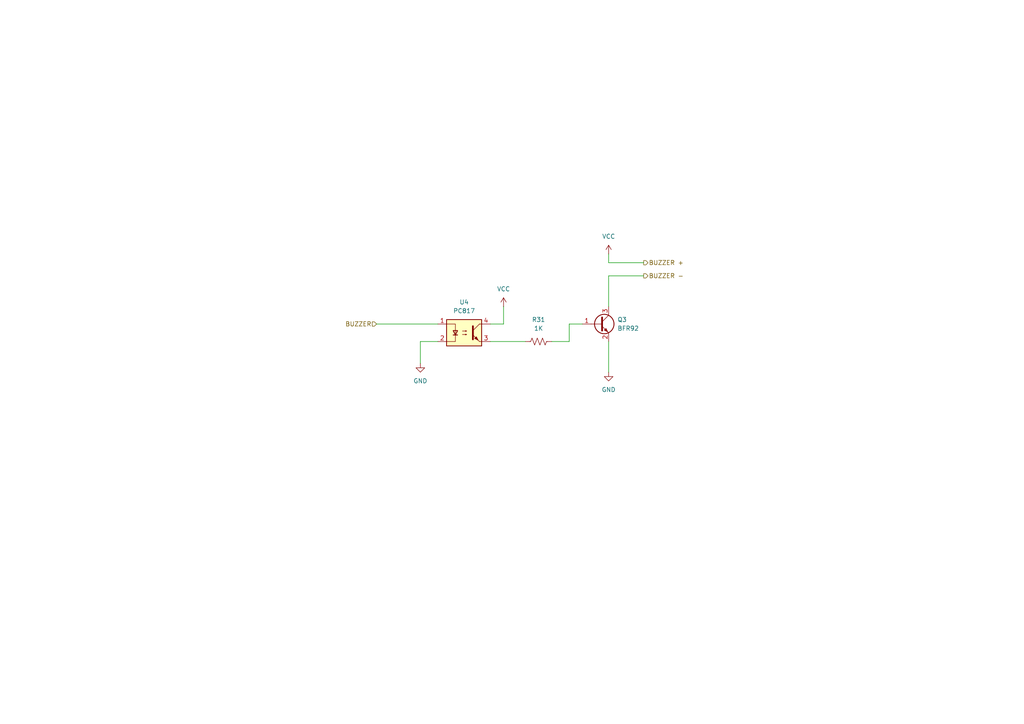
<source format=kicad_sch>
(kicad_sch
	(version 20250114)
	(generator "eeschema")
	(generator_version "9.0")
	(uuid "fb8882bc-966f-4696-aa93-703f4943aa11")
	(paper "A4")
	(lib_symbols
		(symbol "Device:R_US"
			(pin_numbers
				(hide yes)
			)
			(pin_names
				(offset 0)
			)
			(exclude_from_sim no)
			(in_bom yes)
			(on_board yes)
			(property "Reference" "R"
				(at 2.54 0 90)
				(effects
					(font
						(size 1.27 1.27)
					)
				)
			)
			(property "Value" "R_US"
				(at -2.54 0 90)
				(effects
					(font
						(size 1.27 1.27)
					)
				)
			)
			(property "Footprint" ""
				(at 1.016 -0.254 90)
				(effects
					(font
						(size 1.27 1.27)
					)
					(hide yes)
				)
			)
			(property "Datasheet" "~"
				(at 0 0 0)
				(effects
					(font
						(size 1.27 1.27)
					)
					(hide yes)
				)
			)
			(property "Description" "Resistor, US symbol"
				(at 0 0 0)
				(effects
					(font
						(size 1.27 1.27)
					)
					(hide yes)
				)
			)
			(property "ki_keywords" "R res resistor"
				(at 0 0 0)
				(effects
					(font
						(size 1.27 1.27)
					)
					(hide yes)
				)
			)
			(property "ki_fp_filters" "R_*"
				(at 0 0 0)
				(effects
					(font
						(size 1.27 1.27)
					)
					(hide yes)
				)
			)
			(symbol "R_US_0_1"
				(polyline
					(pts
						(xy 0 2.286) (xy 0 2.54)
					)
					(stroke
						(width 0)
						(type default)
					)
					(fill
						(type none)
					)
				)
				(polyline
					(pts
						(xy 0 2.286) (xy 1.016 1.905) (xy 0 1.524) (xy -1.016 1.143) (xy 0 0.762)
					)
					(stroke
						(width 0)
						(type default)
					)
					(fill
						(type none)
					)
				)
				(polyline
					(pts
						(xy 0 0.762) (xy 1.016 0.381) (xy 0 0) (xy -1.016 -0.381) (xy 0 -0.762)
					)
					(stroke
						(width 0)
						(type default)
					)
					(fill
						(type none)
					)
				)
				(polyline
					(pts
						(xy 0 -0.762) (xy 1.016 -1.143) (xy 0 -1.524) (xy -1.016 -1.905) (xy 0 -2.286)
					)
					(stroke
						(width 0)
						(type default)
					)
					(fill
						(type none)
					)
				)
				(polyline
					(pts
						(xy 0 -2.286) (xy 0 -2.54)
					)
					(stroke
						(width 0)
						(type default)
					)
					(fill
						(type none)
					)
				)
			)
			(symbol "R_US_1_1"
				(pin passive line
					(at 0 3.81 270)
					(length 1.27)
					(name "~"
						(effects
							(font
								(size 1.27 1.27)
							)
						)
					)
					(number "1"
						(effects
							(font
								(size 1.27 1.27)
							)
						)
					)
				)
				(pin passive line
					(at 0 -3.81 90)
					(length 1.27)
					(name "~"
						(effects
							(font
								(size 1.27 1.27)
							)
						)
					)
					(number "2"
						(effects
							(font
								(size 1.27 1.27)
							)
						)
					)
				)
			)
			(embedded_fonts no)
		)
		(symbol "Isolator:PC817"
			(pin_names
				(offset 1.016)
			)
			(exclude_from_sim no)
			(in_bom yes)
			(on_board yes)
			(property "Reference" "U"
				(at -5.08 5.08 0)
				(effects
					(font
						(size 1.27 1.27)
					)
					(justify left)
				)
			)
			(property "Value" "PC817"
				(at 0 5.08 0)
				(effects
					(font
						(size 1.27 1.27)
					)
					(justify left)
				)
			)
			(property "Footprint" "Package_DIP:DIP-4_W7.62mm"
				(at -5.08 -5.08 0)
				(effects
					(font
						(size 1.27 1.27)
						(italic yes)
					)
					(justify left)
					(hide yes)
				)
			)
			(property "Datasheet" "http://www.soselectronic.cz/a_info/resource/d/pc817.pdf"
				(at 0 0 0)
				(effects
					(font
						(size 1.27 1.27)
					)
					(justify left)
					(hide yes)
				)
			)
			(property "Description" "DC Optocoupler, Vce 35V, CTR 50-300%, DIP-4"
				(at 0 0 0)
				(effects
					(font
						(size 1.27 1.27)
					)
					(hide yes)
				)
			)
			(property "ki_keywords" "NPN DC Optocoupler"
				(at 0 0 0)
				(effects
					(font
						(size 1.27 1.27)
					)
					(hide yes)
				)
			)
			(property "ki_fp_filters" "DIP*W7.62mm*"
				(at 0 0 0)
				(effects
					(font
						(size 1.27 1.27)
					)
					(hide yes)
				)
			)
			(symbol "PC817_0_1"
				(rectangle
					(start -5.08 3.81)
					(end 5.08 -3.81)
					(stroke
						(width 0.254)
						(type default)
					)
					(fill
						(type background)
					)
				)
				(polyline
					(pts
						(xy -5.08 2.54) (xy -2.54 2.54) (xy -2.54 -0.635)
					)
					(stroke
						(width 0)
						(type default)
					)
					(fill
						(type none)
					)
				)
				(polyline
					(pts
						(xy -3.175 -0.635) (xy -1.905 -0.635)
					)
					(stroke
						(width 0.254)
						(type default)
					)
					(fill
						(type none)
					)
				)
				(polyline
					(pts
						(xy -2.54 -0.635) (xy -2.54 -2.54) (xy -5.08 -2.54)
					)
					(stroke
						(width 0)
						(type default)
					)
					(fill
						(type none)
					)
				)
				(polyline
					(pts
						(xy -2.54 -0.635) (xy -3.175 0.635) (xy -1.905 0.635) (xy -2.54 -0.635)
					)
					(stroke
						(width 0.254)
						(type default)
					)
					(fill
						(type none)
					)
				)
				(polyline
					(pts
						(xy -0.508 0.508) (xy 0.762 0.508) (xy 0.381 0.381) (xy 0.381 0.635) (xy 0.762 0.508)
					)
					(stroke
						(width 0)
						(type default)
					)
					(fill
						(type none)
					)
				)
				(polyline
					(pts
						(xy -0.508 -0.508) (xy 0.762 -0.508) (xy 0.381 -0.635) (xy 0.381 -0.381) (xy 0.762 -0.508)
					)
					(stroke
						(width 0)
						(type default)
					)
					(fill
						(type none)
					)
				)
				(polyline
					(pts
						(xy 2.54 1.905) (xy 2.54 -1.905) (xy 2.54 -1.905)
					)
					(stroke
						(width 0.508)
						(type default)
					)
					(fill
						(type none)
					)
				)
				(polyline
					(pts
						(xy 2.54 0.635) (xy 4.445 2.54)
					)
					(stroke
						(width 0)
						(type default)
					)
					(fill
						(type none)
					)
				)
				(polyline
					(pts
						(xy 3.048 -1.651) (xy 3.556 -1.143) (xy 4.064 -2.159) (xy 3.048 -1.651) (xy 3.048 -1.651)
					)
					(stroke
						(width 0)
						(type default)
					)
					(fill
						(type outline)
					)
				)
				(polyline
					(pts
						(xy 4.445 2.54) (xy 5.08 2.54)
					)
					(stroke
						(width 0)
						(type default)
					)
					(fill
						(type none)
					)
				)
				(polyline
					(pts
						(xy 4.445 -2.54) (xy 2.54 -0.635)
					)
					(stroke
						(width 0)
						(type default)
					)
					(fill
						(type outline)
					)
				)
				(polyline
					(pts
						(xy 4.445 -2.54) (xy 5.08 -2.54)
					)
					(stroke
						(width 0)
						(type default)
					)
					(fill
						(type none)
					)
				)
			)
			(symbol "PC817_1_1"
				(pin passive line
					(at -7.62 2.54 0)
					(length 2.54)
					(name "~"
						(effects
							(font
								(size 1.27 1.27)
							)
						)
					)
					(number "1"
						(effects
							(font
								(size 1.27 1.27)
							)
						)
					)
				)
				(pin passive line
					(at -7.62 -2.54 0)
					(length 2.54)
					(name "~"
						(effects
							(font
								(size 1.27 1.27)
							)
						)
					)
					(number "2"
						(effects
							(font
								(size 1.27 1.27)
							)
						)
					)
				)
				(pin passive line
					(at 7.62 2.54 180)
					(length 2.54)
					(name "~"
						(effects
							(font
								(size 1.27 1.27)
							)
						)
					)
					(number "4"
						(effects
							(font
								(size 1.27 1.27)
							)
						)
					)
				)
				(pin passive line
					(at 7.62 -2.54 180)
					(length 2.54)
					(name "~"
						(effects
							(font
								(size 1.27 1.27)
							)
						)
					)
					(number "3"
						(effects
							(font
								(size 1.27 1.27)
							)
						)
					)
				)
			)
			(embedded_fonts no)
		)
		(symbol "Transistor_BJT:BFR92"
			(pin_names
				(offset 0)
				(hide yes)
			)
			(exclude_from_sim no)
			(in_bom yes)
			(on_board yes)
			(property "Reference" "Q"
				(at 5.08 1.905 0)
				(effects
					(font
						(size 1.27 1.27)
					)
					(justify left)
				)
			)
			(property "Value" "BFR92"
				(at 5.08 0 0)
				(effects
					(font
						(size 1.27 1.27)
					)
					(justify left)
				)
			)
			(property "Footprint" "Package_TO_SOT_SMD:SOT-323_SC-70"
				(at 5.08 -1.905 0)
				(effects
					(font
						(size 1.27 1.27)
						(italic yes)
					)
					(justify left)
					(hide yes)
				)
			)
			(property "Datasheet" "https://assets.nexperia.com/documents/data-sheet/BFR92A_N.pdf"
				(at 0 0 0)
				(effects
					(font
						(size 1.27 1.27)
					)
					(justify left)
					(hide yes)
				)
			)
			(property "Description" "0.025A Ic, 15V Vce, 5GHz Wideband NPN Transistor, SOT-323"
				(at 0 0 0)
				(effects
					(font
						(size 1.27 1.27)
					)
					(hide yes)
				)
			)
			(property "ki_keywords" "RF 5GHz NPN Transistor"
				(at 0 0 0)
				(effects
					(font
						(size 1.27 1.27)
					)
					(hide yes)
				)
			)
			(property "ki_fp_filters" "SOT?323*"
				(at 0 0 0)
				(effects
					(font
						(size 1.27 1.27)
					)
					(hide yes)
				)
			)
			(symbol "BFR92_0_1"
				(polyline
					(pts
						(xy -2.54 0) (xy 0.635 0)
					)
					(stroke
						(width 0)
						(type default)
					)
					(fill
						(type none)
					)
				)
				(polyline
					(pts
						(xy 0.635 1.905) (xy 0.635 -1.905)
					)
					(stroke
						(width 0.508)
						(type default)
					)
					(fill
						(type none)
					)
				)
				(circle
					(center 1.27 0)
					(radius 2.8194)
					(stroke
						(width 0.254)
						(type default)
					)
					(fill
						(type none)
					)
				)
			)
			(symbol "BFR92_1_1"
				(polyline
					(pts
						(xy 0.635 0.635) (xy 2.54 2.54)
					)
					(stroke
						(width 0)
						(type default)
					)
					(fill
						(type none)
					)
				)
				(polyline
					(pts
						(xy 0.635 -0.635) (xy 2.54 -2.54)
					)
					(stroke
						(width 0)
						(type default)
					)
					(fill
						(type none)
					)
				)
				(polyline
					(pts
						(xy 1.27 -1.778) (xy 1.778 -1.27) (xy 2.286 -2.286) (xy 1.27 -1.778)
					)
					(stroke
						(width 0)
						(type default)
					)
					(fill
						(type outline)
					)
				)
				(pin input line
					(at -5.08 0 0)
					(length 2.54)
					(name "B"
						(effects
							(font
								(size 1.27 1.27)
							)
						)
					)
					(number "1"
						(effects
							(font
								(size 1.27 1.27)
							)
						)
					)
				)
				(pin passive line
					(at 2.54 5.08 270)
					(length 2.54)
					(name "C"
						(effects
							(font
								(size 1.27 1.27)
							)
						)
					)
					(number "3"
						(effects
							(font
								(size 1.27 1.27)
							)
						)
					)
				)
				(pin passive line
					(at 2.54 -5.08 90)
					(length 2.54)
					(name "E"
						(effects
							(font
								(size 1.27 1.27)
							)
						)
					)
					(number "2"
						(effects
							(font
								(size 1.27 1.27)
							)
						)
					)
				)
			)
			(embedded_fonts no)
		)
		(symbol "power:GND"
			(power)
			(pin_numbers
				(hide yes)
			)
			(pin_names
				(offset 0)
				(hide yes)
			)
			(exclude_from_sim no)
			(in_bom yes)
			(on_board yes)
			(property "Reference" "#PWR"
				(at 0 -6.35 0)
				(effects
					(font
						(size 1.27 1.27)
					)
					(hide yes)
				)
			)
			(property "Value" "GND"
				(at 0 -3.81 0)
				(effects
					(font
						(size 1.27 1.27)
					)
				)
			)
			(property "Footprint" ""
				(at 0 0 0)
				(effects
					(font
						(size 1.27 1.27)
					)
					(hide yes)
				)
			)
			(property "Datasheet" ""
				(at 0 0 0)
				(effects
					(font
						(size 1.27 1.27)
					)
					(hide yes)
				)
			)
			(property "Description" "Power symbol creates a global label with name \"GND\" , ground"
				(at 0 0 0)
				(effects
					(font
						(size 1.27 1.27)
					)
					(hide yes)
				)
			)
			(property "ki_keywords" "global power"
				(at 0 0 0)
				(effects
					(font
						(size 1.27 1.27)
					)
					(hide yes)
				)
			)
			(symbol "GND_0_1"
				(polyline
					(pts
						(xy 0 0) (xy 0 -1.27) (xy 1.27 -1.27) (xy 0 -2.54) (xy -1.27 -1.27) (xy 0 -1.27)
					)
					(stroke
						(width 0)
						(type default)
					)
					(fill
						(type none)
					)
				)
			)
			(symbol "GND_1_1"
				(pin power_in line
					(at 0 0 270)
					(length 0)
					(name "~"
						(effects
							(font
								(size 1.27 1.27)
							)
						)
					)
					(number "1"
						(effects
							(font
								(size 1.27 1.27)
							)
						)
					)
				)
			)
			(embedded_fonts no)
		)
		(symbol "power:VCC"
			(power)
			(pin_numbers
				(hide yes)
			)
			(pin_names
				(offset 0)
				(hide yes)
			)
			(exclude_from_sim no)
			(in_bom yes)
			(on_board yes)
			(property "Reference" "#PWR"
				(at 0 -3.81 0)
				(effects
					(font
						(size 1.27 1.27)
					)
					(hide yes)
				)
			)
			(property "Value" "VCC"
				(at 0 3.556 0)
				(effects
					(font
						(size 1.27 1.27)
					)
				)
			)
			(property "Footprint" ""
				(at 0 0 0)
				(effects
					(font
						(size 1.27 1.27)
					)
					(hide yes)
				)
			)
			(property "Datasheet" ""
				(at 0 0 0)
				(effects
					(font
						(size 1.27 1.27)
					)
					(hide yes)
				)
			)
			(property "Description" "Power symbol creates a global label with name \"VCC\""
				(at 0 0 0)
				(effects
					(font
						(size 1.27 1.27)
					)
					(hide yes)
				)
			)
			(property "ki_keywords" "global power"
				(at 0 0 0)
				(effects
					(font
						(size 1.27 1.27)
					)
					(hide yes)
				)
			)
			(symbol "VCC_0_1"
				(polyline
					(pts
						(xy -0.762 1.27) (xy 0 2.54)
					)
					(stroke
						(width 0)
						(type default)
					)
					(fill
						(type none)
					)
				)
				(polyline
					(pts
						(xy 0 2.54) (xy 0.762 1.27)
					)
					(stroke
						(width 0)
						(type default)
					)
					(fill
						(type none)
					)
				)
				(polyline
					(pts
						(xy 0 0) (xy 0 2.54)
					)
					(stroke
						(width 0)
						(type default)
					)
					(fill
						(type none)
					)
				)
			)
			(symbol "VCC_1_1"
				(pin power_in line
					(at 0 0 90)
					(length 0)
					(name "~"
						(effects
							(font
								(size 1.27 1.27)
							)
						)
					)
					(number "1"
						(effects
							(font
								(size 1.27 1.27)
							)
						)
					)
				)
			)
			(embedded_fonts no)
		)
	)
	(wire
		(pts
			(xy 168.91 93.98) (xy 165.1 93.98)
		)
		(stroke
			(width 0)
			(type default)
		)
		(uuid "20ea643a-b1b8-47dd-b916-cae2d5d49ca0")
	)
	(wire
		(pts
			(xy 121.92 99.06) (xy 121.92 105.41)
		)
		(stroke
			(width 0)
			(type default)
		)
		(uuid "2a06e48e-7078-4c6a-9bc7-774a961b5293")
	)
	(wire
		(pts
			(xy 127 99.06) (xy 121.92 99.06)
		)
		(stroke
			(width 0)
			(type default)
		)
		(uuid "2b8f0201-fad7-4600-97d0-b2b572f696f1")
	)
	(wire
		(pts
			(xy 176.53 99.06) (xy 176.53 107.95)
		)
		(stroke
			(width 0)
			(type default)
		)
		(uuid "3c13ce6b-fb07-4fda-9428-876da617ee37")
	)
	(wire
		(pts
			(xy 176.53 73.66) (xy 176.53 76.2)
		)
		(stroke
			(width 0)
			(type default)
		)
		(uuid "46eb7593-1efe-482b-a0bf-7d2a81485579")
	)
	(wire
		(pts
			(xy 109.22 93.98) (xy 127 93.98)
		)
		(stroke
			(width 0)
			(type default)
		)
		(uuid "4a9f1f0a-557e-4eee-959e-32d4e8d5201e")
	)
	(wire
		(pts
			(xy 142.24 99.06) (xy 152.4 99.06)
		)
		(stroke
			(width 0)
			(type default)
		)
		(uuid "6fefaed6-9481-45b5-a4d8-85acc3efaacf")
	)
	(wire
		(pts
			(xy 142.24 93.98) (xy 146.05 93.98)
		)
		(stroke
			(width 0)
			(type default)
		)
		(uuid "7055757c-e4e5-4990-8056-ac86da107a55")
	)
	(wire
		(pts
			(xy 165.1 99.06) (xy 160.02 99.06)
		)
		(stroke
			(width 0)
			(type default)
		)
		(uuid "87a608ee-bd3e-44a6-9abd-708c12a6123a")
	)
	(wire
		(pts
			(xy 176.53 88.9) (xy 176.53 80.01)
		)
		(stroke
			(width 0)
			(type default)
		)
		(uuid "9f13ff29-f175-41e7-9c37-f043d3f176db")
	)
	(wire
		(pts
			(xy 176.53 80.01) (xy 186.69 80.01)
		)
		(stroke
			(width 0)
			(type default)
		)
		(uuid "a2ba79fd-b01f-40e7-87a6-3fff45108ee7")
	)
	(wire
		(pts
			(xy 165.1 93.98) (xy 165.1 99.06)
		)
		(stroke
			(width 0)
			(type default)
		)
		(uuid "b6fb12d3-fbf8-48fb-af66-a6ea05ec0be0")
	)
	(wire
		(pts
			(xy 176.53 76.2) (xy 186.69 76.2)
		)
		(stroke
			(width 0)
			(type default)
		)
		(uuid "df71e4d8-c38d-48b9-9cd7-637471ab9ec2")
	)
	(wire
		(pts
			(xy 146.05 93.98) (xy 146.05 88.9)
		)
		(stroke
			(width 0)
			(type default)
		)
		(uuid "ff8d54a5-23ce-4938-9016-6e94b927eedb")
	)
	(hierarchical_label "BUZZER +"
		(shape output)
		(at 186.69 76.2 0)
		(effects
			(font
				(size 1.27 1.27)
			)
			(justify left)
		)
		(uuid "3f9fc0a8-eb87-4a36-8171-1a59eac6e1f3")
	)
	(hierarchical_label "BUZZER"
		(shape input)
		(at 109.22 93.98 180)
		(effects
			(font
				(size 1.27 1.27)
			)
			(justify right)
		)
		(uuid "5139a345-e958-45ee-b800-c734a963a2ef")
	)
	(hierarchical_label "BUZZER -"
		(shape output)
		(at 186.69 80.01 0)
		(effects
			(font
				(size 1.27 1.27)
			)
			(justify left)
		)
		(uuid "a1ee2384-b86a-4d8b-a69f-5c3f2d5049c7")
	)
	(symbol
		(lib_id "Device:R_US")
		(at 156.21 99.06 90)
		(unit 1)
		(exclude_from_sim no)
		(in_bom yes)
		(on_board yes)
		(dnp no)
		(fields_autoplaced yes)
		(uuid "4dbcf0aa-6691-41ee-b862-2ac489597463")
		(property "Reference" "R31"
			(at 156.21 92.71 90)
			(effects
				(font
					(size 1.27 1.27)
				)
			)
		)
		(property "Value" "1K"
			(at 156.21 95.25 90)
			(effects
				(font
					(size 1.27 1.27)
				)
			)
		)
		(property "Footprint" ""
			(at 156.464 98.044 90)
			(effects
				(font
					(size 1.27 1.27)
				)
				(hide yes)
			)
		)
		(property "Datasheet" "~"
			(at 156.21 99.06 0)
			(effects
				(font
					(size 1.27 1.27)
				)
				(hide yes)
			)
		)
		(property "Description" "Resistor, US symbol"
			(at 156.21 99.06 0)
			(effects
				(font
					(size 1.27 1.27)
				)
				(hide yes)
			)
		)
		(pin "1"
			(uuid "292cd5ea-603d-4499-b0da-2d99c0360ea4")
		)
		(pin "2"
			(uuid "0f33ab28-b9c6-4934-97ed-bb17f59c506b")
		)
		(instances
			(project "micro autodoor"
				(path "/3dc9151e-2269-486b-a333-294da30e5c12/89682661-a5af-4e01-91f4-ddf79f61a74f/d5207355-d6cf-4380-8f7b-ff2e5dddf18c"
					(reference "R31")
					(unit 1)
				)
			)
		)
	)
	(symbol
		(lib_id "power:GND")
		(at 121.92 105.41 0)
		(unit 1)
		(exclude_from_sim no)
		(in_bom yes)
		(on_board yes)
		(dnp no)
		(fields_autoplaced yes)
		(uuid "5e880f82-7439-451c-bc0e-b4150ebfbc86")
		(property "Reference" "#PWR048"
			(at 121.92 111.76 0)
			(effects
				(font
					(size 1.27 1.27)
				)
				(hide yes)
			)
		)
		(property "Value" "GND"
			(at 121.92 110.49 0)
			(effects
				(font
					(size 1.27 1.27)
				)
			)
		)
		(property "Footprint" ""
			(at 121.92 105.41 0)
			(effects
				(font
					(size 1.27 1.27)
				)
				(hide yes)
			)
		)
		(property "Datasheet" ""
			(at 121.92 105.41 0)
			(effects
				(font
					(size 1.27 1.27)
				)
				(hide yes)
			)
		)
		(property "Description" "Power symbol creates a global label with name \"GND\" , ground"
			(at 121.92 105.41 0)
			(effects
				(font
					(size 1.27 1.27)
				)
				(hide yes)
			)
		)
		(pin "1"
			(uuid "41f1f66c-671e-41c5-a8f3-35c2cc9d3923")
		)
		(instances
			(project "micro autodoor"
				(path "/3dc9151e-2269-486b-a333-294da30e5c12/89682661-a5af-4e01-91f4-ddf79f61a74f/d5207355-d6cf-4380-8f7b-ff2e5dddf18c"
					(reference "#PWR048")
					(unit 1)
				)
			)
		)
	)
	(symbol
		(lib_id "Isolator:PC817")
		(at 134.62 96.52 0)
		(unit 1)
		(exclude_from_sim no)
		(in_bom yes)
		(on_board yes)
		(dnp no)
		(fields_autoplaced yes)
		(uuid "746674c6-f741-482e-8ebc-8321d1bc5ba7")
		(property "Reference" "U4"
			(at 134.62 87.63 0)
			(effects
				(font
					(size 1.27 1.27)
				)
			)
		)
		(property "Value" "PC817"
			(at 134.62 90.17 0)
			(effects
				(font
					(size 1.27 1.27)
				)
			)
		)
		(property "Footprint" "Package_DIP:DIP-4_W7.62mm"
			(at 129.54 101.6 0)
			(effects
				(font
					(size 1.27 1.27)
					(italic yes)
				)
				(justify left)
				(hide yes)
			)
		)
		(property "Datasheet" "http://www.soselectronic.cz/a_info/resource/d/pc817.pdf"
			(at 134.62 96.52 0)
			(effects
				(font
					(size 1.27 1.27)
				)
				(justify left)
				(hide yes)
			)
		)
		(property "Description" "DC Optocoupler, Vce 35V, CTR 50-300%, DIP-4"
			(at 134.62 96.52 0)
			(effects
				(font
					(size 1.27 1.27)
				)
				(hide yes)
			)
		)
		(pin "3"
			(uuid "2fd4ac67-cb72-40d6-9c58-e8a5ee43ceb5")
		)
		(pin "1"
			(uuid "74356895-597b-463f-884f-2dad3abbf928")
		)
		(pin "2"
			(uuid "ffdc40ee-a7b2-4f35-afb5-400dedb13897")
		)
		(pin "4"
			(uuid "0ba16cd7-1e73-4ab1-aaa4-631cfe765a05")
		)
		(instances
			(project "micro autodoor"
				(path "/3dc9151e-2269-486b-a333-294da30e5c12/89682661-a5af-4e01-91f4-ddf79f61a74f/d5207355-d6cf-4380-8f7b-ff2e5dddf18c"
					(reference "U4")
					(unit 1)
				)
			)
		)
	)
	(symbol
		(lib_id "Transistor_BJT:BFR92")
		(at 173.99 93.98 0)
		(unit 1)
		(exclude_from_sim no)
		(in_bom yes)
		(on_board yes)
		(dnp no)
		(fields_autoplaced yes)
		(uuid "adbd6d9e-e1f5-4f61-84e9-254be78861d0")
		(property "Reference" "Q3"
			(at 179.07 92.7099 0)
			(effects
				(font
					(size 1.27 1.27)
				)
				(justify left)
			)
		)
		(property "Value" "BFR92"
			(at 179.07 95.2499 0)
			(effects
				(font
					(size 1.27 1.27)
				)
				(justify left)
			)
		)
		(property "Footprint" "Package_TO_SOT_SMD:SOT-323_SC-70"
			(at 179.07 95.885 0)
			(effects
				(font
					(size 1.27 1.27)
					(italic yes)
				)
				(justify left)
				(hide yes)
			)
		)
		(property "Datasheet" "https://assets.nexperia.com/documents/data-sheet/BFR92A_N.pdf"
			(at 173.99 93.98 0)
			(effects
				(font
					(size 1.27 1.27)
				)
				(justify left)
				(hide yes)
			)
		)
		(property "Description" "0.025A Ic, 15V Vce, 5GHz Wideband NPN Transistor, SOT-323"
			(at 173.99 93.98 0)
			(effects
				(font
					(size 1.27 1.27)
				)
				(hide yes)
			)
		)
		(pin "2"
			(uuid "be9dfef0-af99-40a8-9004-b8fabef3479b")
		)
		(pin "1"
			(uuid "5fce8a2d-cba0-484e-a3b2-d903964f880b")
		)
		(pin "3"
			(uuid "234ea123-953e-4279-8441-4416fd5c275d")
		)
		(instances
			(project "micro autodoor"
				(path "/3dc9151e-2269-486b-a333-294da30e5c12/89682661-a5af-4e01-91f4-ddf79f61a74f/d5207355-d6cf-4380-8f7b-ff2e5dddf18c"
					(reference "Q3")
					(unit 1)
				)
			)
		)
	)
	(symbol
		(lib_id "power:VCC")
		(at 146.05 88.9 0)
		(unit 1)
		(exclude_from_sim no)
		(in_bom yes)
		(on_board yes)
		(dnp no)
		(fields_autoplaced yes)
		(uuid "ba546e6d-7fc7-43fa-92e7-2300e7a149f6")
		(property "Reference" "#PWR049"
			(at 146.05 92.71 0)
			(effects
				(font
					(size 1.27 1.27)
				)
				(hide yes)
			)
		)
		(property "Value" "VCC"
			(at 146.05 83.82 0)
			(effects
				(font
					(size 1.27 1.27)
				)
			)
		)
		(property "Footprint" ""
			(at 146.05 88.9 0)
			(effects
				(font
					(size 1.27 1.27)
				)
				(hide yes)
			)
		)
		(property "Datasheet" ""
			(at 146.05 88.9 0)
			(effects
				(font
					(size 1.27 1.27)
				)
				(hide yes)
			)
		)
		(property "Description" "Power symbol creates a global label with name \"VCC\""
			(at 146.05 88.9 0)
			(effects
				(font
					(size 1.27 1.27)
				)
				(hide yes)
			)
		)
		(pin "1"
			(uuid "a2f5788d-c298-4cf1-82e2-49d83b027dfd")
		)
		(instances
			(project "micro autodoor"
				(path "/3dc9151e-2269-486b-a333-294da30e5c12/89682661-a5af-4e01-91f4-ddf79f61a74f/d5207355-d6cf-4380-8f7b-ff2e5dddf18c"
					(reference "#PWR049")
					(unit 1)
				)
			)
		)
	)
	(symbol
		(lib_id "power:VCC")
		(at 176.53 73.66 0)
		(unit 1)
		(exclude_from_sim no)
		(in_bom yes)
		(on_board yes)
		(dnp no)
		(fields_autoplaced yes)
		(uuid "c643a9f2-a641-4ddc-b21a-dcbe22d3f0d4")
		(property "Reference" "#PWR050"
			(at 176.53 77.47 0)
			(effects
				(font
					(size 1.27 1.27)
				)
				(hide yes)
			)
		)
		(property "Value" "VCC"
			(at 176.53 68.58 0)
			(effects
				(font
					(size 1.27 1.27)
				)
			)
		)
		(property "Footprint" ""
			(at 176.53 73.66 0)
			(effects
				(font
					(size 1.27 1.27)
				)
				(hide yes)
			)
		)
		(property "Datasheet" ""
			(at 176.53 73.66 0)
			(effects
				(font
					(size 1.27 1.27)
				)
				(hide yes)
			)
		)
		(property "Description" "Power symbol creates a global label with name \"VCC\""
			(at 176.53 73.66 0)
			(effects
				(font
					(size 1.27 1.27)
				)
				(hide yes)
			)
		)
		(pin "1"
			(uuid "d6cf4050-c6d6-4056-a0f1-afa221e18f67")
		)
		(instances
			(project "micro autodoor"
				(path "/3dc9151e-2269-486b-a333-294da30e5c12/89682661-a5af-4e01-91f4-ddf79f61a74f/d5207355-d6cf-4380-8f7b-ff2e5dddf18c"
					(reference "#PWR050")
					(unit 1)
				)
			)
		)
	)
	(symbol
		(lib_id "power:GND")
		(at 176.53 107.95 0)
		(unit 1)
		(exclude_from_sim no)
		(in_bom yes)
		(on_board yes)
		(dnp no)
		(fields_autoplaced yes)
		(uuid "f8519039-5f06-4c63-8e84-e8b3106d9413")
		(property "Reference" "#PWR051"
			(at 176.53 114.3 0)
			(effects
				(font
					(size 1.27 1.27)
				)
				(hide yes)
			)
		)
		(property "Value" "GND"
			(at 176.53 113.03 0)
			(effects
				(font
					(size 1.27 1.27)
				)
			)
		)
		(property "Footprint" ""
			(at 176.53 107.95 0)
			(effects
				(font
					(size 1.27 1.27)
				)
				(hide yes)
			)
		)
		(property "Datasheet" ""
			(at 176.53 107.95 0)
			(effects
				(font
					(size 1.27 1.27)
				)
				(hide yes)
			)
		)
		(property "Description" "Power symbol creates a global label with name \"GND\" , ground"
			(at 176.53 107.95 0)
			(effects
				(font
					(size 1.27 1.27)
				)
				(hide yes)
			)
		)
		(pin "1"
			(uuid "4b6cd714-1c8d-4db6-bc82-27514584475d")
		)
		(instances
			(project "micro autodoor"
				(path "/3dc9151e-2269-486b-a333-294da30e5c12/89682661-a5af-4e01-91f4-ddf79f61a74f/d5207355-d6cf-4380-8f7b-ff2e5dddf18c"
					(reference "#PWR051")
					(unit 1)
				)
			)
		)
	)
)

</source>
